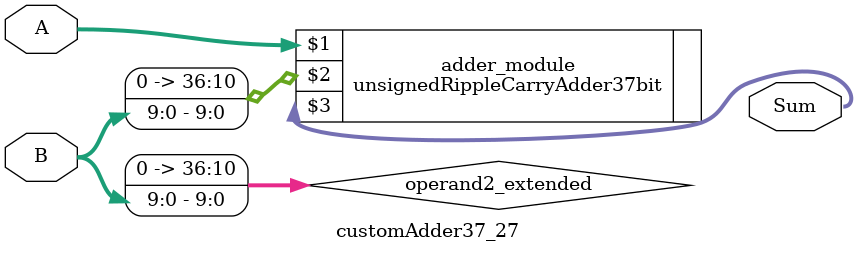
<source format=v>
module customAdder37_27(
                        input [36 : 0] A,
                        input [9 : 0] B,
                        
                        output [37 : 0] Sum
                );

        wire [36 : 0] operand2_extended;
        
        assign operand2_extended =  {27'b0, B};
        
        unsignedRippleCarryAdder37bit adder_module(
            A,
            operand2_extended,
            Sum
        );
        
        endmodule
        
</source>
